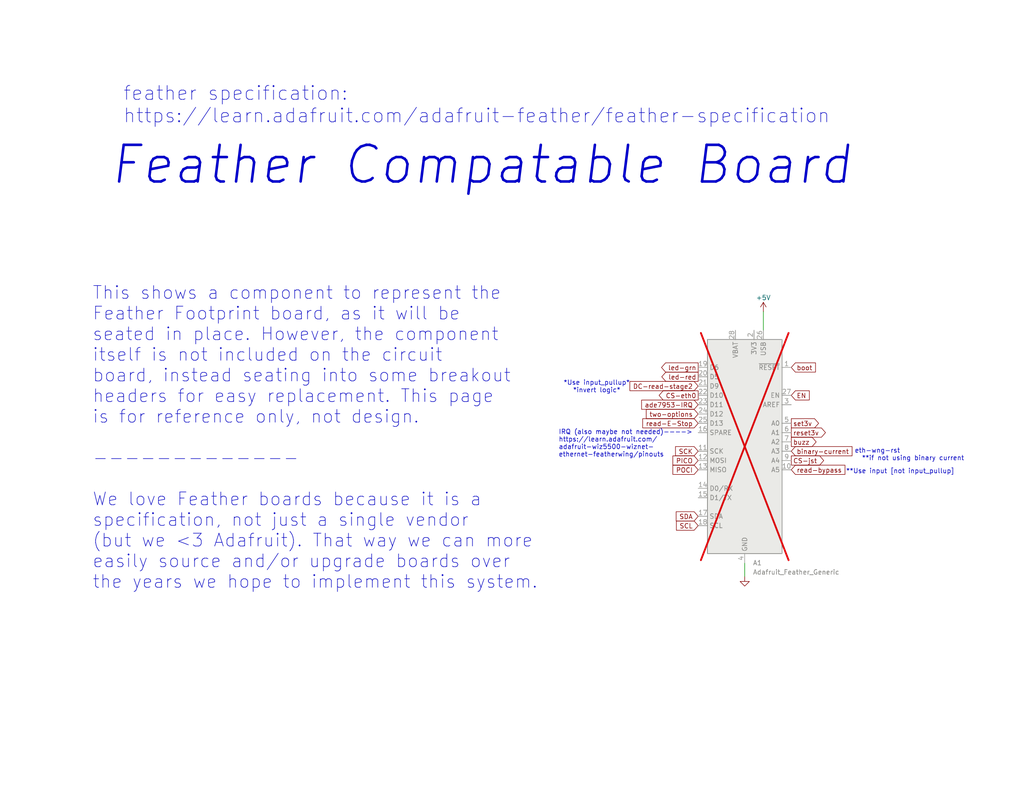
<source format=kicad_sch>
(kicad_sch (version 20231120) (generator "eeschema") (generator_version "8.0")
  (paper "USLetter")
  (title_block (title "Connections to ESP32 Board") (date "2022-10-09") (rev "3") (company "Corey Rice & MakeHaven") (comment 1 "Connections shown, but part excluded from BOM.") (comment 2 "See headers for actual connections"))
  (lib_symbols
    (symbol "MCU_Module:Adafruit_Feather_Generic"
      (property "Reference" "A1" (at 2.1941 -33.02 0))
      (property "Value" "Adafruit_Feather_Generic" (at 2.1941 -35.56 0))
      (symbol "Adafruit_Feather_Generic_0_1"
        (rectangle (start -10.16 27.94) (end 10.16 -30.48) (stroke (width 0.254)) (fill (type background)))
      )
      (symbol "Adafruit_Feather_Generic_1_1"
        (pin input line (at 12.7 20.32 180) (length 2.54) (name "~{RESET}") (number "1"))
        (pin bidirectional line (at 12.7 -7.62 180) (length 2.54) (name "A5") (number "10"))
        (pin bidirectional line (at -12.7 -2.54 0) (length 2.54) (name "SCK") (number "11"))
        (pin bidirectional line (at -12.7 -5.08 0) (length 2.54) (name "MOSI") (number "12"))
        (pin bidirectional line (at -12.7 -7.62 0) (length 2.54) (name "MISO") (number "13"))
        (pin bidirectional line (at -12.7 -12.7 0) (length 2.54) (name "D0/RX") (number "14"))
        (pin bidirectional line (at -12.7 -15.24 0) (length 2.54) (name "D1/TX") (number "15"))
        (pin bidirectional line (at -12.7 2.54 0) (length 2.54) (name "SPARE") (number "16"))
        (pin bidirectional line (at -12.7 -20.32 0) (length 2.54) (name "SDA") (number "17"))
        (pin bidirectional line (at -12.7 -22.86 0) (length 2.54) (name "SCL") (number "18"))
        (pin bidirectional line (at -12.7 20.32 0) (length 2.54) (name "D6") (number "19"))
        (pin power_in line (at 2.54 30.48 270) (length 2.54) (name "3V3") (number "2"))
        (pin bidirectional line (at -12.7 17.78 0) (length 2.54) (name "D5") (number "20"))
        (pin bidirectional line (at -12.7 15.24 0) (length 2.54) (name "D9") (number "21"))
        (pin bidirectional line (at -12.7 12.7 0) (length 2.54) (name "D10") (number "22"))
        (pin bidirectional line (at -12.7 10.16 0) (length 2.54) (name "D11") (number "23"))
        (pin bidirectional line (at -12.7 7.62 0) (length 2.54) (name "D12") (number "24"))
        (pin bidirectional line (at -12.7 5.08 0) (length 2.54) (name "D13") (number "25"))
        (pin power_in line (at 5.08 30.48 270) (length 2.54) (name "USB") (number "26"))
        (pin input line (at 12.7 12.7 180) (length 2.54) (name "EN") (number "27"))
        (pin power_in line (at -2.54 30.48 270) (length 2.54) (name "VBAT") (number "28"))
        (pin input line (at 12.7 10.16 180) (length 2.54) (name "AREF") (number "3"))
        (pin power_in line (at 0 -33.02 90) (length 2.54) (name "GND") (number "4"))
        (pin bidirectional line (at 12.7 5.08 180) (length 2.54) (name "A0") (number "5"))
        (pin bidirectional line (at 12.7 2.54 180) (length 2.54) (name "A1") (number "6"))
        (pin bidirectional line (at 12.7 0 180) (length 2.54) (name "A2") (number "7"))
        (pin bidirectional line (at 12.7 -2.54 180) (length 2.54) (name "A3") (number "8"))
        (pin bidirectional line (at 12.7 -5.08 180) (length 2.54) (name "A4") (number "9"))
      )
    )
    (symbol "power:+5V" (power) (pin_numbers hide) (pin_names (offset 0) hide)
      (property "Value" "+5V" (at 0 3.556 0))
      (symbol "+5V_0_1"
        (polyline (pts (xy -0.762 1.27) (xy 0 2.54)))
        (polyline (pts (xy 0 0) (xy 0 2.54)))
        (polyline (pts (xy 0 2.54) (xy 0.762 1.27)))
      )
      (symbol "+5V_1_1"
        (pin power_in line (at 0 0 90) (length 0) (name "~") (number "1"))
      )
    )
    (symbol "power:GND" (power) (pin_numbers hide) (pin_names (offset 0) hide)
      (property "Value" "GND" (at 0 -3.81 0))
      (symbol "GND_0_1"
        (polyline (pts (xy 0 0) (xy 0 -1.27) (xy 1.27 -1.27) (xy 0 -2.54) (xy -1.27 -1.27) (xy 0 -1.27)))
      )
      (symbol "GND_1_1"
        (pin power_in line (at 0 0 270) (length 0) (name "~") (number "1"))
      )
    )
  )
  (wire (pts (xy 208.28 85.09) (xy 208.28 90.17)))
  (wire (pts (xy 203.2 153.67) (xy 203.2 157.48)))
  (text "Feather Compatable Board" (at 29.718 51.054 0) (effects (font (size 10 10) (thickness 0.7) (bold yes) (italic yes)) (justify left bottom)))
  (text "This shows a component to represent the \nFeather Footprint board, as it will be \nseated in place. However, the component \nitself is not included on the circuit \nboard, instead seating into some breakout \nheaders for easy replacement. This page \nis for reference only, not design.\n\n-------------\n\nWe love Feather boards because it is a \nspecification, not just a single vendor \n(but we <3 Adafruit). That way we can more\neasily source and/or upgrade boards over \nthe years we hope to implement this system." (at 25.146 161.036 0) (effects (font (size 3.5 3.5)) (justify left bottom)))
  (text "IRQ (also maybe not needed)---->\nhttps://learn.adafruit.com/\nadafruit-wiz5500-wiznet-\nethernet-featherwing/pinouts\n" (at 152.4 121.158 0) (effects (font (size 1.27 1.27)) (justify left)))
  (text "feather specification: \nhttps://learn.adafruit.com/adafruit-feather/feather-specification" (at 33.528 28.702 0) (effects (font (size 3.81 3.81)) (justify left)))
  (text "*Use input_pullup*\n*invert logic*" (at 162.814 105.664 0) (effects (font (size 1.27 1.27))))
  (text "eth-wng-rst\n  **if not using binary current" (at 233.172 124.206 0) (effects (font (size 1.27 1.27)) (justify left)))
  (text "**Use input [not input_pullup]" (at 245.618 128.778 0) (effects (font (size 1.27 1.27))))
  (global_label "POCI" (shape input) (at 190.5 128.27 180) (property "Intersheetrefs" "${INTERSHEET_REFS}" (effects (hide yes))))
  (global_label "read-bypass" (shape input) (at 215.9 128.27 0) (property "Intersheetrefs" "${INTERSHEET_REFS}" (effects (hide yes))))
  (global_label "SDA" (shape input) (at 190.5 140.97 180) (property "Intersheetrefs" "${INTERSHEET_REFS}" (effects (hide yes))))
  (global_label "buzz" (shape output) (at 215.9 120.65 0) (property "Intersheetrefs" "${INTERSHEET_REFS}" (effects (hide yes))))
  (global_label "EN" (shape input) (at 215.9 107.95 0) (property "Intersheetrefs" "${INTERSHEET_REFS}" (effects (hide yes))))
  (global_label "CS-jst" (shape output) (at 215.9 125.73 0) (property "Intersheetrefs" "${INTERSHEET_REFS}" (effects (hide yes))))
  (global_label "read-E-Stop" (shape input) (at 190.5 115.57 180) (property "Intersheetrefs" "${INTERSHEET_REFS}" (effects (hide yes))))
  (global_label "DC-read-stage2" (shape input) (at 190.5 105.41 180) (property "Intersheetrefs" "${INTERSHEET_REFS}" (effects (hide yes))))
  (global_label "set3v" (shape output) (at 215.9 115.57 0) (property "Intersheetrefs" "${INTERSHEET_REFS}" (effects (hide yes))))
  (global_label "SCK" (shape input) (at 190.5 123.19 180) (property "Intersheetrefs" "${INTERSHEET_REFS}" (effects (hide yes))))
  (global_label "PICO" (shape input) (at 190.5 125.73 180) (property "Intersheetrefs" "${INTERSHEET_REFS}" (effects (hide yes))))
  (global_label "led-red" (shape output) (at 190.5 102.87 180) (property "Intersheetrefs" "${INTERSHEET_REFS}" (effects (hide yes))))
  (global_label "boot" (shape input) (at 215.9 100.33 0) (property "Intersheetrefs" "${INTERSHEET_REFS}" (effects (hide yes))))
  (global_label "binary-current" (shape input) (at 215.9 123.19 0) (property "Intersheetrefs" "${INTERSHEET_REFS}" (effects (hide yes))))
  (global_label "ade7953-IRQ" (shape input) (at 190.5 110.49 180) (property "Intersheetrefs" "${INTERSHEET_REFS}" (effects (hide yes))))
  (global_label "CS-eth0" (shape output) (at 190.5 107.95 180) (property "Intersheetrefs" "${INTERSHEET_REFS}" (effects (hide yes))))
  (global_label "reset3v" (shape output) (at 215.9 118.11 0) (property "Intersheetrefs" "${INTERSHEET_REFS}" (effects (hide yes))))
  (global_label "led-grn" (shape output) (at 190.5 100.33 180) (property "Intersheetrefs" "${INTERSHEET_REFS}" (effects (hide yes))))
  (global_label "SCL" (shape input) (at 190.5 143.51 180) (property "Intersheetrefs" "${INTERSHEET_REFS}" (effects (hide yes))))
  (global_label "two-options" (shape input) (at 190.5 113.03 180) (property "Intersheetrefs" "${INTERSHEET_REFS}" (effects (hide yes))))
  (symbol (lib_id "power:GND") (at 203.2 157.48 0) (unit 1)
    (property "Reference" "#PWR09" (effects (hide yes)))
    (property "Value" "GND" (effects (hide yes)))
    (property "Description" "Power symbol creates a global label with name \"GND\" , ground" (effects (hide yes)))
  )
  (symbol (lib_id "power:+5V") (at 208.28 85.09 0) (unit 1)
    (property "Reference" "#PWR08" (effects (hide yes)))
    (property "Value" "+5V" (at 208.28 81.28 0))
    (property "Description" "Power symbol creates a global label with name \"+5V\"" (effects (hide yes)))
  )
  (symbol (lib_id "MCU_Module:Adafruit_Feather_Generic") (at 203.2 120.65 0) (unit 1) (exclude_from_sim yes) (in_bom no) (on_board no) (dnp yes)
    (property "Reference" "A1" (at 205.3941 153.67 0) (effects (justify left)))
    (property "Value" "Adafruit_Feather_Generic" (at 205.3941 156.21 0) (effects (justify left)))
    (property "Footprint" "Module:Adafruit_Feather" (effects (hide yes)))
    (property "Datasheet" "https://cdn-learn.adafruit.com/downloads/pdf/adafruit-feather.pdf" (effects (hide yes)))
    (property "Description" "Microcontroller module in various flavor, generic symbol" (effects (hide yes)))
  )
)
</source>
